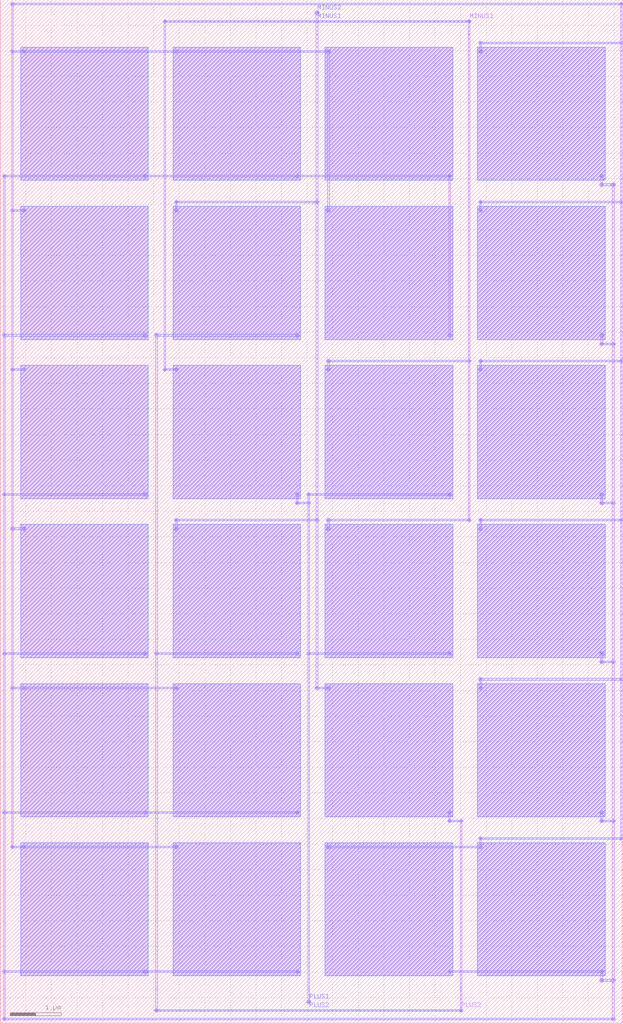
<source format=lef>
MACRO Cap_30fF_Cap_30fF
  ORIGIN 0 0 ;
  FOREIGN Cap_30fF_Cap_30fF 0 0 ;
  SIZE 12.16 BY 19.992 ;
  PIN MINUS1
    DIRECTION INOUT ;
    USE SIGNAL ;
    PORT 
      LAYER M1 ;
        RECT 3.2 19.536 3.232 19.608 ;
      LAYER M2 ;
        RECT 3.18 19.556 3.252 19.588 ;
      LAYER M1 ;
        RECT 9.152 19.536 9.184 19.608 ;
      LAYER M2 ;
        RECT 9.132 19.556 9.204 19.588 ;
      LAYER M2 ;
        RECT 3.216 19.556 9.168 19.588 ;
    END
  END MINUS1
  PIN PLUS1
    DIRECTION INOUT ;
    USE SIGNAL ;
    PORT 
      LAYER M1 ;
        RECT 6.016 0.384 6.048 0.456 ;
      LAYER M2 ;
        RECT 5.996 0.404 6.068 0.436 ;
    END
  END PLUS1
  PIN MINUS2
    DIRECTION INOUT ;
    USE SIGNAL ;
    PORT 
      LAYER M1 ;
        RECT 6.176 19.704 6.208 19.776 ;
      LAYER M2 ;
        RECT 6.156 19.724 6.228 19.756 ;
    END
  END MINUS2
  PIN PLUS2
    DIRECTION INOUT ;
    USE SIGNAL ;
    PORT 
      LAYER M1 ;
        RECT 3.04 0.216 3.072 0.288 ;
      LAYER M2 ;
        RECT 3.02 0.236 3.092 0.268 ;
      LAYER M1 ;
        RECT 8.992 0.216 9.024 0.288 ;
      LAYER M2 ;
        RECT 8.972 0.236 9.044 0.268 ;
      LAYER M2 ;
        RECT 3.056 0.236 9.008 0.268 ;
    END
  END PLUS2
  OBS 
  LAYER M1 ;
        RECT 8.768 10.296 8.8 10.368 ;
  LAYER M2 ;
        RECT 8.748 10.316 8.82 10.348 ;
  LAYER M2 ;
        RECT 6.032 10.316 8.784 10.348 ;
  LAYER M1 ;
        RECT 6.016 10.296 6.048 10.368 ;
  LAYER M2 ;
        RECT 5.996 10.316 6.068 10.348 ;
  LAYER M1 ;
        RECT 5.792 10.296 5.824 10.368 ;
  LAYER M2 ;
        RECT 5.772 10.316 5.844 10.348 ;
  LAYER M1 ;
        RECT 5.792 10.164 5.824 10.332 ;
  LAYER M1 ;
        RECT 5.792 10.128 5.824 10.2 ;
  LAYER M2 ;
        RECT 5.772 10.148 5.844 10.18 ;
  LAYER M2 ;
        RECT 5.808 10.148 6.032 10.18 ;
  LAYER M1 ;
        RECT 6.016 10.128 6.048 10.2 ;
  LAYER M2 ;
        RECT 5.996 10.148 6.068 10.18 ;
  LAYER M1 ;
        RECT 8.768 7.188 8.8 7.26 ;
  LAYER M2 ;
        RECT 8.748 7.208 8.82 7.24 ;
  LAYER M2 ;
        RECT 6.032 7.208 8.784 7.24 ;
  LAYER M1 ;
        RECT 6.016 7.188 6.048 7.26 ;
  LAYER M2 ;
        RECT 5.996 7.208 6.068 7.24 ;
  LAYER M1 ;
        RECT 6.016 0.384 6.048 0.456 ;
  LAYER M2 ;
        RECT 5.996 0.404 6.068 0.436 ;
  LAYER M1 ;
        RECT 6.016 0.42 6.048 0.672 ;
  LAYER M1 ;
        RECT 6.016 0.672 6.048 10.332 ;
  LAYER M1 ;
        RECT 5.792 7.188 5.824 7.26 ;
  LAYER M2 ;
        RECT 5.772 7.208 5.844 7.24 ;
  LAYER M2 ;
        RECT 3.056 7.208 5.808 7.24 ;
  LAYER M1 ;
        RECT 3.04 7.188 3.072 7.26 ;
  LAYER M2 ;
        RECT 3.02 7.208 3.092 7.24 ;
  LAYER M1 ;
        RECT 5.792 13.404 5.824 13.476 ;
  LAYER M2 ;
        RECT 5.772 13.424 5.844 13.456 ;
  LAYER M2 ;
        RECT 3.056 13.424 5.808 13.456 ;
  LAYER M1 ;
        RECT 3.04 13.404 3.072 13.476 ;
  LAYER M2 ;
        RECT 3.02 13.424 3.092 13.456 ;
  LAYER M1 ;
        RECT 3.04 0.216 3.072 0.288 ;
  LAYER M2 ;
        RECT 3.02 0.236 3.092 0.268 ;
  LAYER M1 ;
        RECT 3.04 0.252 3.072 0.672 ;
  LAYER M1 ;
        RECT 3.04 0.672 3.072 13.44 ;
  LAYER M1 ;
        RECT 8.768 4.08 8.8 4.152 ;
  LAYER M2 ;
        RECT 8.748 4.1 8.82 4.132 ;
  LAYER M1 ;
        RECT 8.768 3.948 8.8 4.116 ;
  LAYER M1 ;
        RECT 8.768 3.912 8.8 3.984 ;
  LAYER M2 ;
        RECT 8.748 3.932 8.82 3.964 ;
  LAYER M2 ;
        RECT 8.784 3.932 9.008 3.964 ;
  LAYER M1 ;
        RECT 8.992 3.912 9.024 3.984 ;
  LAYER M2 ;
        RECT 8.972 3.932 9.044 3.964 ;
  LAYER M1 ;
        RECT 8.992 0.216 9.024 0.288 ;
  LAYER M2 ;
        RECT 8.972 0.236 9.044 0.268 ;
  LAYER M1 ;
        RECT 8.992 0.252 9.024 0.672 ;
  LAYER M1 ;
        RECT 8.992 0.672 9.024 3.948 ;
  LAYER M2 ;
        RECT 3.056 0.236 9.008 0.268 ;
  LAYER M1 ;
        RECT 2.816 0.972 2.848 1.044 ;
  LAYER M2 ;
        RECT 2.796 0.992 2.868 1.024 ;
  LAYER M2 ;
        RECT 0.08 0.992 2.832 1.024 ;
  LAYER M1 ;
        RECT 0.064 0.972 0.096 1.044 ;
  LAYER M2 ;
        RECT 0.044 0.992 0.116 1.024 ;
  LAYER M1 ;
        RECT 2.816 4.08 2.848 4.152 ;
  LAYER M2 ;
        RECT 2.796 4.1 2.868 4.132 ;
  LAYER M2 ;
        RECT 0.08 4.1 2.832 4.132 ;
  LAYER M1 ;
        RECT 0.064 4.08 0.096 4.152 ;
  LAYER M2 ;
        RECT 0.044 4.1 0.116 4.132 ;
  LAYER M1 ;
        RECT 2.816 7.188 2.848 7.26 ;
  LAYER M2 ;
        RECT 2.796 7.208 2.868 7.24 ;
  LAYER M2 ;
        RECT 0.08 7.208 2.832 7.24 ;
  LAYER M1 ;
        RECT 0.064 7.188 0.096 7.26 ;
  LAYER M2 ;
        RECT 0.044 7.208 0.116 7.24 ;
  LAYER M1 ;
        RECT 2.816 10.296 2.848 10.368 ;
  LAYER M2 ;
        RECT 2.796 10.316 2.868 10.348 ;
  LAYER M2 ;
        RECT 0.08 10.316 2.832 10.348 ;
  LAYER M1 ;
        RECT 0.064 10.296 0.096 10.368 ;
  LAYER M2 ;
        RECT 0.044 10.316 0.116 10.348 ;
  LAYER M1 ;
        RECT 2.816 13.404 2.848 13.476 ;
  LAYER M2 ;
        RECT 2.796 13.424 2.868 13.456 ;
  LAYER M2 ;
        RECT 0.08 13.424 2.832 13.456 ;
  LAYER M1 ;
        RECT 0.064 13.404 0.096 13.476 ;
  LAYER M2 ;
        RECT 0.044 13.424 0.116 13.456 ;
  LAYER M1 ;
        RECT 2.816 16.512 2.848 16.584 ;
  LAYER M2 ;
        RECT 2.796 16.532 2.868 16.564 ;
  LAYER M2 ;
        RECT 0.08 16.532 2.832 16.564 ;
  LAYER M1 ;
        RECT 0.064 16.512 0.096 16.584 ;
  LAYER M2 ;
        RECT 0.044 16.532 0.116 16.564 ;
  LAYER M1 ;
        RECT 0.064 0.048 0.096 0.12 ;
  LAYER M2 ;
        RECT 0.044 0.068 0.116 0.1 ;
  LAYER M1 ;
        RECT 0.064 0.084 0.096 0.672 ;
  LAYER M1 ;
        RECT 0.064 0.672 0.096 16.548 ;
  LAYER M1 ;
        RECT 11.744 0.972 11.776 1.044 ;
  LAYER M2 ;
        RECT 11.724 0.992 11.796 1.024 ;
  LAYER M1 ;
        RECT 11.744 0.84 11.776 1.008 ;
  LAYER M1 ;
        RECT 11.744 0.804 11.776 0.876 ;
  LAYER M2 ;
        RECT 11.724 0.824 11.796 0.856 ;
  LAYER M2 ;
        RECT 11.76 0.824 11.984 0.856 ;
  LAYER M1 ;
        RECT 11.968 0.804 12 0.876 ;
  LAYER M2 ;
        RECT 11.948 0.824 12.02 0.856 ;
  LAYER M1 ;
        RECT 11.744 4.08 11.776 4.152 ;
  LAYER M2 ;
        RECT 11.724 4.1 11.796 4.132 ;
  LAYER M1 ;
        RECT 11.744 3.948 11.776 4.116 ;
  LAYER M1 ;
        RECT 11.744 3.912 11.776 3.984 ;
  LAYER M2 ;
        RECT 11.724 3.932 11.796 3.964 ;
  LAYER M2 ;
        RECT 11.76 3.932 11.984 3.964 ;
  LAYER M1 ;
        RECT 11.968 3.912 12 3.984 ;
  LAYER M2 ;
        RECT 11.948 3.932 12.02 3.964 ;
  LAYER M1 ;
        RECT 11.744 7.188 11.776 7.26 ;
  LAYER M2 ;
        RECT 11.724 7.208 11.796 7.24 ;
  LAYER M1 ;
        RECT 11.744 7.056 11.776 7.224 ;
  LAYER M1 ;
        RECT 11.744 7.02 11.776 7.092 ;
  LAYER M2 ;
        RECT 11.724 7.04 11.796 7.072 ;
  LAYER M2 ;
        RECT 11.76 7.04 11.984 7.072 ;
  LAYER M1 ;
        RECT 11.968 7.02 12 7.092 ;
  LAYER M2 ;
        RECT 11.948 7.04 12.02 7.072 ;
  LAYER M1 ;
        RECT 11.744 10.296 11.776 10.368 ;
  LAYER M2 ;
        RECT 11.724 10.316 11.796 10.348 ;
  LAYER M1 ;
        RECT 11.744 10.164 11.776 10.332 ;
  LAYER M1 ;
        RECT 11.744 10.128 11.776 10.2 ;
  LAYER M2 ;
        RECT 11.724 10.148 11.796 10.18 ;
  LAYER M2 ;
        RECT 11.76 10.148 11.984 10.18 ;
  LAYER M1 ;
        RECT 11.968 10.128 12 10.2 ;
  LAYER M2 ;
        RECT 11.948 10.148 12.02 10.18 ;
  LAYER M1 ;
        RECT 11.744 13.404 11.776 13.476 ;
  LAYER M2 ;
        RECT 11.724 13.424 11.796 13.456 ;
  LAYER M1 ;
        RECT 11.744 13.272 11.776 13.44 ;
  LAYER M1 ;
        RECT 11.744 13.236 11.776 13.308 ;
  LAYER M2 ;
        RECT 11.724 13.256 11.796 13.288 ;
  LAYER M2 ;
        RECT 11.76 13.256 11.984 13.288 ;
  LAYER M1 ;
        RECT 11.968 13.236 12 13.308 ;
  LAYER M2 ;
        RECT 11.948 13.256 12.02 13.288 ;
  LAYER M1 ;
        RECT 11.744 16.512 11.776 16.584 ;
  LAYER M2 ;
        RECT 11.724 16.532 11.796 16.564 ;
  LAYER M1 ;
        RECT 11.744 16.38 11.776 16.548 ;
  LAYER M1 ;
        RECT 11.744 16.344 11.776 16.416 ;
  LAYER M2 ;
        RECT 11.724 16.364 11.796 16.396 ;
  LAYER M2 ;
        RECT 11.76 16.364 11.984 16.396 ;
  LAYER M1 ;
        RECT 11.968 16.344 12 16.416 ;
  LAYER M2 ;
        RECT 11.948 16.364 12.02 16.396 ;
  LAYER M1 ;
        RECT 11.968 0.048 12 0.12 ;
  LAYER M2 ;
        RECT 11.948 0.068 12.02 0.1 ;
  LAYER M1 ;
        RECT 11.968 0.084 12 0.672 ;
  LAYER M1 ;
        RECT 11.968 0.672 12 16.38 ;
  LAYER M2 ;
        RECT 0.08 0.068 11.984 0.1 ;
  LAYER M1 ;
        RECT 5.792 0.972 5.824 1.044 ;
  LAYER M2 ;
        RECT 5.772 0.992 5.844 1.024 ;
  LAYER M2 ;
        RECT 2.832 0.992 5.808 1.024 ;
  LAYER M1 ;
        RECT 2.816 0.972 2.848 1.044 ;
  LAYER M2 ;
        RECT 2.796 0.992 2.868 1.024 ;
  LAYER M1 ;
        RECT 5.792 4.08 5.824 4.152 ;
  LAYER M2 ;
        RECT 5.772 4.1 5.844 4.132 ;
  LAYER M2 ;
        RECT 2.832 4.1 5.808 4.132 ;
  LAYER M1 ;
        RECT 2.816 4.08 2.848 4.152 ;
  LAYER M2 ;
        RECT 2.796 4.1 2.868 4.132 ;
  LAYER M1 ;
        RECT 5.792 16.512 5.824 16.584 ;
  LAYER M2 ;
        RECT 5.772 16.532 5.844 16.564 ;
  LAYER M2 ;
        RECT 2.832 16.532 5.808 16.564 ;
  LAYER M1 ;
        RECT 2.816 16.512 2.848 16.584 ;
  LAYER M2 ;
        RECT 2.796 16.532 2.868 16.564 ;
  LAYER M1 ;
        RECT 8.768 16.512 8.8 16.584 ;
  LAYER M2 ;
        RECT 8.748 16.532 8.82 16.564 ;
  LAYER M2 ;
        RECT 5.808 16.532 8.784 16.564 ;
  LAYER M1 ;
        RECT 5.792 16.512 5.824 16.584 ;
  LAYER M2 ;
        RECT 5.772 16.532 5.844 16.564 ;
  LAYER M1 ;
        RECT 8.768 13.404 8.8 13.476 ;
  LAYER M2 ;
        RECT 8.748 13.424 8.82 13.456 ;
  LAYER M1 ;
        RECT 8.768 13.44 8.8 16.548 ;
  LAYER M1 ;
        RECT 8.768 16.512 8.8 16.584 ;
  LAYER M2 ;
        RECT 8.748 16.532 8.82 16.564 ;
  LAYER M1 ;
        RECT 8.768 0.972 8.8 1.044 ;
  LAYER M2 ;
        RECT 8.748 0.992 8.82 1.024 ;
  LAYER M2 ;
        RECT 8.784 0.992 11.76 1.024 ;
  LAYER M1 ;
        RECT 11.744 0.972 11.776 1.044 ;
  LAYER M2 ;
        RECT 11.724 0.992 11.796 1.024 ;
  LAYER M1 ;
        RECT 3.424 12.732 3.456 12.804 ;
  LAYER M2 ;
        RECT 3.404 12.752 3.476 12.784 ;
  LAYER M2 ;
        RECT 3.216 12.752 3.44 12.784 ;
  LAYER M1 ;
        RECT 3.2 12.732 3.232 12.804 ;
  LAYER M2 ;
        RECT 3.18 12.752 3.252 12.784 ;
  LAYER M1 ;
        RECT 3.2 19.536 3.232 19.608 ;
  LAYER M2 ;
        RECT 3.18 19.556 3.252 19.588 ;
  LAYER M1 ;
        RECT 3.2 19.32 3.232 19.572 ;
  LAYER M1 ;
        RECT 3.2 12.768 3.232 19.32 ;
  LAYER M1 ;
        RECT 6.4 12.732 6.432 12.804 ;
  LAYER M2 ;
        RECT 6.38 12.752 6.452 12.784 ;
  LAYER M1 ;
        RECT 6.4 12.768 6.432 12.936 ;
  LAYER M1 ;
        RECT 6.4 12.9 6.432 12.972 ;
  LAYER M2 ;
        RECT 6.38 12.92 6.452 12.952 ;
  LAYER M2 ;
        RECT 6.416 12.92 9.168 12.952 ;
  LAYER M1 ;
        RECT 9.152 12.9 9.184 12.972 ;
  LAYER M2 ;
        RECT 9.132 12.92 9.204 12.952 ;
  LAYER M1 ;
        RECT 6.4 9.624 6.432 9.696 ;
  LAYER M2 ;
        RECT 6.38 9.644 6.452 9.676 ;
  LAYER M1 ;
        RECT 6.4 9.66 6.432 9.828 ;
  LAYER M1 ;
        RECT 6.4 9.792 6.432 9.864 ;
  LAYER M2 ;
        RECT 6.38 9.812 6.452 9.844 ;
  LAYER M2 ;
        RECT 6.416 9.812 9.168 9.844 ;
  LAYER M1 ;
        RECT 9.152 9.792 9.184 9.864 ;
  LAYER M2 ;
        RECT 9.132 9.812 9.204 9.844 ;
  LAYER M1 ;
        RECT 9.152 19.536 9.184 19.608 ;
  LAYER M2 ;
        RECT 9.132 19.556 9.204 19.588 ;
  LAYER M1 ;
        RECT 9.152 19.32 9.184 19.572 ;
  LAYER M1 ;
        RECT 9.152 9.828 9.184 19.32 ;
  LAYER M2 ;
        RECT 3.216 19.556 9.168 19.588 ;
  LAYER M1 ;
        RECT 3.424 9.624 3.456 9.696 ;
  LAYER M2 ;
        RECT 3.404 9.644 3.476 9.676 ;
  LAYER M1 ;
        RECT 3.424 9.66 3.456 9.828 ;
  LAYER M1 ;
        RECT 3.424 9.792 3.456 9.864 ;
  LAYER M2 ;
        RECT 3.404 9.812 3.476 9.844 ;
  LAYER M2 ;
        RECT 3.44 9.812 6.192 9.844 ;
  LAYER M1 ;
        RECT 6.176 9.792 6.208 9.864 ;
  LAYER M2 ;
        RECT 6.156 9.812 6.228 9.844 ;
  LAYER M1 ;
        RECT 3.424 15.84 3.456 15.912 ;
  LAYER M2 ;
        RECT 3.404 15.86 3.476 15.892 ;
  LAYER M1 ;
        RECT 3.424 15.876 3.456 16.044 ;
  LAYER M1 ;
        RECT 3.424 16.008 3.456 16.08 ;
  LAYER M2 ;
        RECT 3.404 16.028 3.476 16.06 ;
  LAYER M2 ;
        RECT 3.44 16.028 6.192 16.06 ;
  LAYER M1 ;
        RECT 6.176 16.008 6.208 16.08 ;
  LAYER M2 ;
        RECT 6.156 16.028 6.228 16.06 ;
  LAYER M1 ;
        RECT 6.4 6.516 6.432 6.588 ;
  LAYER M2 ;
        RECT 6.38 6.536 6.452 6.568 ;
  LAYER M2 ;
        RECT 6.192 6.536 6.416 6.568 ;
  LAYER M1 ;
        RECT 6.176 6.516 6.208 6.588 ;
  LAYER M2 ;
        RECT 6.156 6.536 6.228 6.568 ;
  LAYER M1 ;
        RECT 6.176 19.704 6.208 19.776 ;
  LAYER M2 ;
        RECT 6.156 19.724 6.228 19.756 ;
  LAYER M1 ;
        RECT 6.176 19.32 6.208 19.74 ;
  LAYER M1 ;
        RECT 6.176 6.552 6.208 19.32 ;
  LAYER M1 ;
        RECT 0.448 3.408 0.48 3.48 ;
  LAYER M2 ;
        RECT 0.428 3.428 0.5 3.46 ;
  LAYER M2 ;
        RECT 0.24 3.428 0.464 3.46 ;
  LAYER M1 ;
        RECT 0.224 3.408 0.256 3.48 ;
  LAYER M2 ;
        RECT 0.204 3.428 0.276 3.46 ;
  LAYER M1 ;
        RECT 0.448 6.516 0.48 6.588 ;
  LAYER M2 ;
        RECT 0.428 6.536 0.5 6.568 ;
  LAYER M2 ;
        RECT 0.24 6.536 0.464 6.568 ;
  LAYER M1 ;
        RECT 0.224 6.516 0.256 6.588 ;
  LAYER M2 ;
        RECT 0.204 6.536 0.276 6.568 ;
  LAYER M1 ;
        RECT 0.448 9.624 0.48 9.696 ;
  LAYER M2 ;
        RECT 0.428 9.644 0.5 9.676 ;
  LAYER M2 ;
        RECT 0.24 9.644 0.464 9.676 ;
  LAYER M1 ;
        RECT 0.224 9.624 0.256 9.696 ;
  LAYER M2 ;
        RECT 0.204 9.644 0.276 9.676 ;
  LAYER M1 ;
        RECT 0.448 12.732 0.48 12.804 ;
  LAYER M2 ;
        RECT 0.428 12.752 0.5 12.784 ;
  LAYER M2 ;
        RECT 0.24 12.752 0.464 12.784 ;
  LAYER M1 ;
        RECT 0.224 12.732 0.256 12.804 ;
  LAYER M2 ;
        RECT 0.204 12.752 0.276 12.784 ;
  LAYER M1 ;
        RECT 0.448 15.84 0.48 15.912 ;
  LAYER M2 ;
        RECT 0.428 15.86 0.5 15.892 ;
  LAYER M2 ;
        RECT 0.24 15.86 0.464 15.892 ;
  LAYER M1 ;
        RECT 0.224 15.84 0.256 15.912 ;
  LAYER M2 ;
        RECT 0.204 15.86 0.276 15.892 ;
  LAYER M1 ;
        RECT 0.448 18.948 0.48 19.02 ;
  LAYER M2 ;
        RECT 0.428 18.968 0.5 19 ;
  LAYER M2 ;
        RECT 0.24 18.968 0.464 19 ;
  LAYER M1 ;
        RECT 0.224 18.948 0.256 19.02 ;
  LAYER M2 ;
        RECT 0.204 18.968 0.276 19 ;
  LAYER M1 ;
        RECT 0.224 19.872 0.256 19.944 ;
  LAYER M2 ;
        RECT 0.204 19.892 0.276 19.924 ;
  LAYER M1 ;
        RECT 0.224 19.32 0.256 19.908 ;
  LAYER M1 ;
        RECT 0.224 3.444 0.256 19.32 ;
  LAYER M1 ;
        RECT 9.376 3.408 9.408 3.48 ;
  LAYER M2 ;
        RECT 9.356 3.428 9.428 3.46 ;
  LAYER M1 ;
        RECT 9.376 3.444 9.408 3.612 ;
  LAYER M1 ;
        RECT 9.376 3.576 9.408 3.648 ;
  LAYER M2 ;
        RECT 9.356 3.596 9.428 3.628 ;
  LAYER M2 ;
        RECT 9.392 3.596 12.144 3.628 ;
  LAYER M1 ;
        RECT 12.128 3.576 12.16 3.648 ;
  LAYER M2 ;
        RECT 12.108 3.596 12.18 3.628 ;
  LAYER M1 ;
        RECT 9.376 6.516 9.408 6.588 ;
  LAYER M2 ;
        RECT 9.356 6.536 9.428 6.568 ;
  LAYER M1 ;
        RECT 9.376 6.552 9.408 6.72 ;
  LAYER M1 ;
        RECT 9.376 6.684 9.408 6.756 ;
  LAYER M2 ;
        RECT 9.356 6.704 9.428 6.736 ;
  LAYER M2 ;
        RECT 9.392 6.704 12.144 6.736 ;
  LAYER M1 ;
        RECT 12.128 6.684 12.16 6.756 ;
  LAYER M2 ;
        RECT 12.108 6.704 12.18 6.736 ;
  LAYER M1 ;
        RECT 9.376 9.624 9.408 9.696 ;
  LAYER M2 ;
        RECT 9.356 9.644 9.428 9.676 ;
  LAYER M1 ;
        RECT 9.376 9.66 9.408 9.828 ;
  LAYER M1 ;
        RECT 9.376 9.792 9.408 9.864 ;
  LAYER M2 ;
        RECT 9.356 9.812 9.428 9.844 ;
  LAYER M2 ;
        RECT 9.392 9.812 12.144 9.844 ;
  LAYER M1 ;
        RECT 12.128 9.792 12.16 9.864 ;
  LAYER M2 ;
        RECT 12.108 9.812 12.18 9.844 ;
  LAYER M1 ;
        RECT 9.376 12.732 9.408 12.804 ;
  LAYER M2 ;
        RECT 9.356 12.752 9.428 12.784 ;
  LAYER M1 ;
        RECT 9.376 12.768 9.408 12.936 ;
  LAYER M1 ;
        RECT 9.376 12.9 9.408 12.972 ;
  LAYER M2 ;
        RECT 9.356 12.92 9.428 12.952 ;
  LAYER M2 ;
        RECT 9.392 12.92 12.144 12.952 ;
  LAYER M1 ;
        RECT 12.128 12.9 12.16 12.972 ;
  LAYER M2 ;
        RECT 12.108 12.92 12.18 12.952 ;
  LAYER M1 ;
        RECT 9.376 15.84 9.408 15.912 ;
  LAYER M2 ;
        RECT 9.356 15.86 9.428 15.892 ;
  LAYER M1 ;
        RECT 9.376 15.876 9.408 16.044 ;
  LAYER M1 ;
        RECT 9.376 16.008 9.408 16.08 ;
  LAYER M2 ;
        RECT 9.356 16.028 9.428 16.06 ;
  LAYER M2 ;
        RECT 9.392 16.028 12.144 16.06 ;
  LAYER M1 ;
        RECT 12.128 16.008 12.16 16.08 ;
  LAYER M2 ;
        RECT 12.108 16.028 12.18 16.06 ;
  LAYER M1 ;
        RECT 9.376 18.948 9.408 19.02 ;
  LAYER M2 ;
        RECT 9.356 18.968 9.428 19 ;
  LAYER M1 ;
        RECT 9.376 18.984 9.408 19.152 ;
  LAYER M1 ;
        RECT 9.376 19.116 9.408 19.188 ;
  LAYER M2 ;
        RECT 9.356 19.136 9.428 19.168 ;
  LAYER M2 ;
        RECT 9.392 19.136 12.144 19.168 ;
  LAYER M1 ;
        RECT 12.128 19.116 12.16 19.188 ;
  LAYER M2 ;
        RECT 12.108 19.136 12.18 19.168 ;
  LAYER M1 ;
        RECT 12.128 19.872 12.16 19.944 ;
  LAYER M2 ;
        RECT 12.108 19.892 12.18 19.924 ;
  LAYER M1 ;
        RECT 12.128 19.32 12.16 19.908 ;
  LAYER M1 ;
        RECT 12.128 3.612 12.16 19.32 ;
  LAYER M2 ;
        RECT 0.24 19.892 12.144 19.924 ;
  LAYER M1 ;
        RECT 3.424 3.408 3.456 3.48 ;
  LAYER M2 ;
        RECT 3.404 3.428 3.476 3.46 ;
  LAYER M2 ;
        RECT 0.464 3.428 3.44 3.46 ;
  LAYER M1 ;
        RECT 0.448 3.408 0.48 3.48 ;
  LAYER M2 ;
        RECT 0.428 3.428 0.5 3.46 ;
  LAYER M1 ;
        RECT 3.424 6.516 3.456 6.588 ;
  LAYER M2 ;
        RECT 3.404 6.536 3.476 6.568 ;
  LAYER M2 ;
        RECT 0.464 6.536 3.44 6.568 ;
  LAYER M1 ;
        RECT 0.448 6.516 0.48 6.588 ;
  LAYER M2 ;
        RECT 0.428 6.536 0.5 6.568 ;
  LAYER M1 ;
        RECT 3.424 18.948 3.456 19.02 ;
  LAYER M2 ;
        RECT 3.404 18.968 3.476 19 ;
  LAYER M2 ;
        RECT 0.464 18.968 3.44 19 ;
  LAYER M1 ;
        RECT 0.448 18.948 0.48 19.02 ;
  LAYER M2 ;
        RECT 0.428 18.968 0.5 19 ;
  LAYER M1 ;
        RECT 6.4 18.948 6.432 19.02 ;
  LAYER M2 ;
        RECT 6.38 18.968 6.452 19 ;
  LAYER M2 ;
        RECT 3.44 18.968 6.416 19 ;
  LAYER M1 ;
        RECT 3.424 18.948 3.456 19.02 ;
  LAYER M2 ;
        RECT 3.404 18.968 3.476 19 ;
  LAYER M1 ;
        RECT 6.4 15.84 6.432 15.912 ;
  LAYER M2 ;
        RECT 6.38 15.86 6.452 15.892 ;
  LAYER M1 ;
        RECT 6.4 15.876 6.432 18.984 ;
  LAYER M1 ;
        RECT 6.4 18.948 6.432 19.02 ;
  LAYER M2 ;
        RECT 6.38 18.968 6.452 19 ;
  LAYER M1 ;
        RECT 6.4 3.408 6.432 3.48 ;
  LAYER M2 ;
        RECT 6.38 3.428 6.452 3.46 ;
  LAYER M2 ;
        RECT 6.416 3.428 9.392 3.46 ;
  LAYER M1 ;
        RECT 9.376 3.408 9.408 3.48 ;
  LAYER M2 ;
        RECT 9.356 3.428 9.428 3.46 ;
  LAYER M1 ;
        RECT 0.4 0.924 2.896 3.528 ;
  LAYER M3 ;
        RECT 0.4 0.924 2.896 3.528 ;
  LAYER M2 ;
        RECT 0.4 0.924 2.896 3.528 ;
  LAYER M1 ;
        RECT 0.4 4.032 2.896 6.636 ;
  LAYER M3 ;
        RECT 0.4 4.032 2.896 6.636 ;
  LAYER M2 ;
        RECT 0.4 4.032 2.896 6.636 ;
  LAYER M1 ;
        RECT 0.4 7.14 2.896 9.744 ;
  LAYER M3 ;
        RECT 0.4 7.14 2.896 9.744 ;
  LAYER M2 ;
        RECT 0.4 7.14 2.896 9.744 ;
  LAYER M1 ;
        RECT 0.4 10.248 2.896 12.852 ;
  LAYER M3 ;
        RECT 0.4 10.248 2.896 12.852 ;
  LAYER M2 ;
        RECT 0.4 10.248 2.896 12.852 ;
  LAYER M1 ;
        RECT 0.4 13.356 2.896 15.96 ;
  LAYER M3 ;
        RECT 0.4 13.356 2.896 15.96 ;
  LAYER M2 ;
        RECT 0.4 13.356 2.896 15.96 ;
  LAYER M1 ;
        RECT 0.4 16.464 2.896 19.068 ;
  LAYER M3 ;
        RECT 0.4 16.464 2.896 19.068 ;
  LAYER M2 ;
        RECT 0.4 16.464 2.896 19.068 ;
  LAYER M1 ;
        RECT 3.376 0.924 5.872 3.528 ;
  LAYER M3 ;
        RECT 3.376 0.924 5.872 3.528 ;
  LAYER M2 ;
        RECT 3.376 0.924 5.872 3.528 ;
  LAYER M1 ;
        RECT 3.376 4.032 5.872 6.636 ;
  LAYER M3 ;
        RECT 3.376 4.032 5.872 6.636 ;
  LAYER M2 ;
        RECT 3.376 4.032 5.872 6.636 ;
  LAYER M1 ;
        RECT 3.376 7.14 5.872 9.744 ;
  LAYER M3 ;
        RECT 3.376 7.14 5.872 9.744 ;
  LAYER M2 ;
        RECT 3.376 7.14 5.872 9.744 ;
  LAYER M1 ;
        RECT 3.376 10.248 5.872 12.852 ;
  LAYER M3 ;
        RECT 3.376 10.248 5.872 12.852 ;
  LAYER M2 ;
        RECT 3.376 10.248 5.872 12.852 ;
  LAYER M1 ;
        RECT 3.376 13.356 5.872 15.96 ;
  LAYER M3 ;
        RECT 3.376 13.356 5.872 15.96 ;
  LAYER M2 ;
        RECT 3.376 13.356 5.872 15.96 ;
  LAYER M1 ;
        RECT 3.376 16.464 5.872 19.068 ;
  LAYER M3 ;
        RECT 3.376 16.464 5.872 19.068 ;
  LAYER M2 ;
        RECT 3.376 16.464 5.872 19.068 ;
  LAYER M1 ;
        RECT 6.352 0.924 8.848 3.528 ;
  LAYER M3 ;
        RECT 6.352 0.924 8.848 3.528 ;
  LAYER M2 ;
        RECT 6.352 0.924 8.848 3.528 ;
  LAYER M1 ;
        RECT 6.352 4.032 8.848 6.636 ;
  LAYER M3 ;
        RECT 6.352 4.032 8.848 6.636 ;
  LAYER M2 ;
        RECT 6.352 4.032 8.848 6.636 ;
  LAYER M1 ;
        RECT 6.352 7.14 8.848 9.744 ;
  LAYER M3 ;
        RECT 6.352 7.14 8.848 9.744 ;
  LAYER M2 ;
        RECT 6.352 7.14 8.848 9.744 ;
  LAYER M1 ;
        RECT 6.352 10.248 8.848 12.852 ;
  LAYER M3 ;
        RECT 6.352 10.248 8.848 12.852 ;
  LAYER M2 ;
        RECT 6.352 10.248 8.848 12.852 ;
  LAYER M1 ;
        RECT 6.352 13.356 8.848 15.96 ;
  LAYER M3 ;
        RECT 6.352 13.356 8.848 15.96 ;
  LAYER M2 ;
        RECT 6.352 13.356 8.848 15.96 ;
  LAYER M1 ;
        RECT 6.352 16.464 8.848 19.068 ;
  LAYER M3 ;
        RECT 6.352 16.464 8.848 19.068 ;
  LAYER M2 ;
        RECT 6.352 16.464 8.848 19.068 ;
  LAYER M1 ;
        RECT 9.328 0.924 11.824 3.528 ;
  LAYER M3 ;
        RECT 9.328 0.924 11.824 3.528 ;
  LAYER M2 ;
        RECT 9.328 0.924 11.824 3.528 ;
  LAYER M1 ;
        RECT 9.328 4.032 11.824 6.636 ;
  LAYER M3 ;
        RECT 9.328 4.032 11.824 6.636 ;
  LAYER M2 ;
        RECT 9.328 4.032 11.824 6.636 ;
  LAYER M1 ;
        RECT 9.328 7.14 11.824 9.744 ;
  LAYER M3 ;
        RECT 9.328 7.14 11.824 9.744 ;
  LAYER M2 ;
        RECT 9.328 7.14 11.824 9.744 ;
  LAYER M1 ;
        RECT 9.328 10.248 11.824 12.852 ;
  LAYER M3 ;
        RECT 9.328 10.248 11.824 12.852 ;
  LAYER M2 ;
        RECT 9.328 10.248 11.824 12.852 ;
  LAYER M1 ;
        RECT 9.328 13.356 11.824 15.96 ;
  LAYER M3 ;
        RECT 9.328 13.356 11.824 15.96 ;
  LAYER M2 ;
        RECT 9.328 13.356 11.824 15.96 ;
  LAYER M1 ;
        RECT 9.328 16.464 11.824 19.068 ;
  LAYER M3 ;
        RECT 9.328 16.464 11.824 19.068 ;
  LAYER M2 ;
        RECT 9.328 16.464 11.824 19.068 ;
  END 
END Cap_30fF_Cap_30fF

</source>
